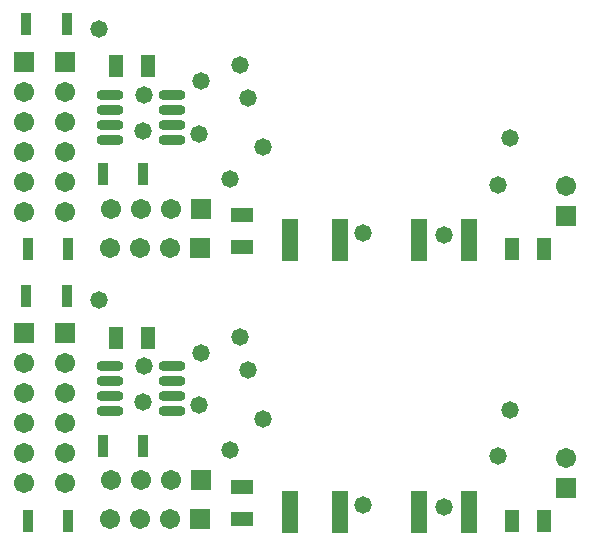
<source format=gbs>
G04 Layer_Color=16711935*
%FSLAX44Y44*%
%MOMM*%
G71*
G01*
G75*
%ADD43O,2.3032X0.9032*%
%ADD49C,1.7032*%
%ADD50R,1.7032X1.7032*%
%ADD51R,1.7032X1.7032*%
%ADD52C,1.4732*%
%ADD53R,1.4532X3.6032*%
%ADD54R,1.3032X1.9032*%
%ADD55R,0.9532X1.9032*%
%ADD56R,1.9032X1.3032*%
D43*
X91610Y109220D02*
D03*
Y121920D02*
D03*
Y134620D02*
D03*
Y147320D02*
D03*
X144610Y109220D02*
D03*
Y121920D02*
D03*
Y134620D02*
D03*
Y147320D02*
D03*
X91610Y339220D02*
D03*
Y351920D02*
D03*
Y364620D02*
D03*
Y377320D02*
D03*
X144610Y339220D02*
D03*
Y351920D02*
D03*
Y364620D02*
D03*
Y377320D02*
D03*
D49*
X477520Y69850D02*
D03*
X19050Y48260D02*
D03*
Y73660D02*
D03*
Y99060D02*
D03*
Y124460D02*
D03*
Y149860D02*
D03*
X53340Y48260D02*
D03*
Y73660D02*
D03*
Y99060D02*
D03*
Y124460D02*
D03*
Y149860D02*
D03*
X142240Y17780D02*
D03*
X116840D02*
D03*
X91440D02*
D03*
X143510Y50800D02*
D03*
X118110D02*
D03*
X92710D02*
D03*
X477520Y299850D02*
D03*
X19050Y278260D02*
D03*
Y303660D02*
D03*
Y329060D02*
D03*
Y354460D02*
D03*
Y379860D02*
D03*
X53340Y278260D02*
D03*
Y303660D02*
D03*
Y329060D02*
D03*
Y354460D02*
D03*
Y379860D02*
D03*
X142240Y247780D02*
D03*
X116840D02*
D03*
X91440D02*
D03*
X143510Y280800D02*
D03*
X118110D02*
D03*
X92710D02*
D03*
D50*
X477520Y44450D02*
D03*
X19050Y175260D02*
D03*
X53340D02*
D03*
X477520Y274450D02*
D03*
X19050Y405260D02*
D03*
X53340D02*
D03*
D51*
X167640Y17780D02*
D03*
X168910Y50800D02*
D03*
X167640Y247780D02*
D03*
X168910Y280800D02*
D03*
D52*
X306324Y30226D02*
D03*
X374904Y28194D02*
D03*
X201422Y171958D02*
D03*
X120120Y116840D02*
D03*
X208280Y144526D02*
D03*
X220980Y102870D02*
D03*
X430530Y110490D02*
D03*
X420370Y71120D02*
D03*
X193040Y76200D02*
D03*
X120650Y147320D02*
D03*
X167470Y114130D02*
D03*
X82550Y203200D02*
D03*
X168910Y158750D02*
D03*
X306324Y260226D02*
D03*
X374904Y258194D02*
D03*
X201422Y401958D02*
D03*
X120120Y346840D02*
D03*
X208280Y374526D02*
D03*
X220980Y332870D02*
D03*
X430530Y340490D02*
D03*
X420370Y301120D02*
D03*
X193040Y306200D02*
D03*
X120650Y377320D02*
D03*
X167470Y344130D02*
D03*
X82550Y433200D02*
D03*
X168910Y388750D02*
D03*
D53*
X286680Y24130D02*
D03*
X244180D02*
D03*
X395900D02*
D03*
X353400D02*
D03*
X286680Y254130D02*
D03*
X244180D02*
D03*
X395900D02*
D03*
X353400D02*
D03*
D54*
X459270Y16510D02*
D03*
X432270D02*
D03*
X96990Y171450D02*
D03*
X123990D02*
D03*
X459270Y246510D02*
D03*
X432270D02*
D03*
X96990Y401450D02*
D03*
X123990D02*
D03*
D55*
X85620Y80010D02*
D03*
X120120D02*
D03*
X22120Y16510D02*
D03*
X56620D02*
D03*
X55350Y207010D02*
D03*
X20850D02*
D03*
X85620Y310010D02*
D03*
X120120D02*
D03*
X22120Y246510D02*
D03*
X56620D02*
D03*
X55350Y437010D02*
D03*
X20850D02*
D03*
D56*
X203200Y18250D02*
D03*
Y45250D02*
D03*
Y248250D02*
D03*
Y275250D02*
D03*
M02*

</source>
